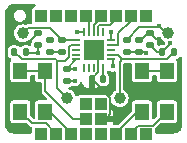
<source format=gbr>
%TF.GenerationSoftware,KiCad,Pcbnew,8.0.1-8.0.1-1~ubuntu22.04.1*%
%TF.CreationDate,2024-03-30T15:26:48+00:00*%
%TF.ProjectId,FES_AO4882,4645535f-414f-4343-9838-322e6b696361,v1.0*%
%TF.SameCoordinates,Original*%
%TF.FileFunction,Copper,L1,Top*%
%TF.FilePolarity,Positive*%
%FSLAX46Y46*%
G04 Gerber Fmt 4.6, Leading zero omitted, Abs format (unit mm)*
G04 Created by KiCad (PCBNEW 8.0.1-8.0.1-1~ubuntu22.04.1) date 2024-03-30 15:26:48*
%MOMM*%
%LPD*%
G01*
G04 APERTURE LIST*
G04 Aperture macros list*
%AMRoundRect*
0 Rectangle with rounded corners*
0 $1 Rounding radius*
0 $2 $3 $4 $5 $6 $7 $8 $9 X,Y pos of 4 corners*
0 Add a 4 corners polygon primitive as box body*
4,1,4,$2,$3,$4,$5,$6,$7,$8,$9,$2,$3,0*
0 Add four circle primitives for the rounded corners*
1,1,$1+$1,$2,$3*
1,1,$1+$1,$4,$5*
1,1,$1+$1,$6,$7*
1,1,$1+$1,$8,$9*
0 Add four rect primitives between the rounded corners*
20,1,$1+$1,$2,$3,$4,$5,0*
20,1,$1+$1,$4,$5,$6,$7,0*
20,1,$1+$1,$6,$7,$8,$9,0*
20,1,$1+$1,$8,$9,$2,$3,0*%
G04 Aperture macros list end*
%TA.AperFunction,SMDPad,CuDef*%
%ADD10RoundRect,0.135000X-0.185000X0.135000X-0.185000X-0.135000X0.185000X-0.135000X0.185000X0.135000X0*%
%TD*%
%TA.AperFunction,ComponentPad*%
%ADD11R,1.000000X1.000000*%
%TD*%
%TA.AperFunction,SMDPad,CuDef*%
%ADD12R,1.200000X1.400000*%
%TD*%
%TA.AperFunction,SMDPad,CuDef*%
%ADD13RoundRect,0.135000X-0.135000X-0.185000X0.135000X-0.185000X0.135000X0.185000X-0.135000X0.185000X0*%
%TD*%
%TA.AperFunction,SMDPad,CuDef*%
%ADD14RoundRect,0.140000X-0.140000X-0.170000X0.140000X-0.170000X0.140000X0.170000X-0.140000X0.170000X0*%
%TD*%
%TA.AperFunction,SMDPad,CuDef*%
%ADD15C,1.000000*%
%TD*%
%TA.AperFunction,SMDPad,CuDef*%
%ADD16R,0.200000X0.800000*%
%TD*%
%TA.AperFunction,SMDPad,CuDef*%
%ADD17R,0.800000X0.200000*%
%TD*%
%TA.AperFunction,SMDPad,CuDef*%
%ADD18R,1.700000X1.700000*%
%TD*%
%TA.AperFunction,SMDPad,CuDef*%
%ADD19RoundRect,0.135000X0.135000X0.185000X-0.135000X0.185000X-0.135000X-0.185000X0.135000X-0.185000X0*%
%TD*%
%TA.AperFunction,ViaPad*%
%ADD20C,0.400000*%
%TD*%
%TA.AperFunction,Conductor*%
%ADD21C,0.127000*%
%TD*%
%TA.AperFunction,Conductor*%
%ADD22C,0.150000*%
%TD*%
%TA.AperFunction,Conductor*%
%ADD23C,0.200000*%
%TD*%
G04 APERTURE END LIST*
D10*
%TO.P,R7,1*%
%TO.N,/PWM4*%
X-2700000Y7909999D03*
%TO.P,R7,2*%
%TO.N,/PWM4_*%
X-2700000Y6890001D03*
%TD*%
D11*
%TO.P,J22,1,Pin_1*%
%TO.N,/FES4in*%
X-1905000Y0D03*
%TD*%
%TO.P,J1,1,Pin_1*%
%TO.N,+3.3V*%
X-4445000Y10000000D03*
%TD*%
D12*
%TO.P,U5,1,C*%
%TO.N,/FES3in*%
X-6200000Y1870000D03*
%TO.P,U5,2,A*%
%TO.N,VCC*%
X-6200000Y5330000D03*
%TD*%
D11*
%TO.P,J5,1,Pin_1*%
%TO.N,/MOSI_ARM*%
X635000Y10000000D03*
%TD*%
D13*
%TO.P,R6,1*%
%TO.N,/PWM3*%
X-6710000Y6900000D03*
%TO.P,R6,2*%
%TO.N,/PWM3_*%
X-5690000Y6900000D03*
%TD*%
D14*
%TO.P,C1,1*%
%TO.N,GND*%
X-180000Y4600000D03*
%TO.P,C1,2*%
%TO.N,/Vcap*%
X780000Y4600000D03*
%TD*%
D10*
%TO.P,R9,1*%
%TO.N,GND*%
X-3700000Y7909999D03*
%TO.P,R9,2*%
%TO.N,/PWM4_*%
X-3700000Y6890001D03*
%TD*%
%TO.P,R4,1*%
%TO.N,GND*%
X3800000Y7922426D03*
%TO.P,R4,2*%
%TO.N,/PWM1_*%
X3800000Y6902428D03*
%TD*%
D15*
%TO.P,J9,1,Pin_1*%
%TO.N,/PWM1*%
X6300000Y8500000D03*
%TD*%
D12*
%TO.P,U2,1,C*%
%TO.N,/FES2in*%
X6200000Y1870000D03*
%TO.P,U2,2,A*%
%TO.N,VCC*%
X6200000Y5330000D03*
%TD*%
D16*
%TO.P,U4,1,RESETB*%
%TO.N,unconnected-(U4-P00-Pad1)*%
X-800000Y5600000D03*
%TO.P,U4,2,GPIO*%
%TO.N,unconnected-(U4-P01-Pad2)*%
X-400000Y5600000D03*
%TO.P,U4,3,GPIO*%
%TO.N,/IO1_in*%
X0Y5600000D03*
%TO.P,U4,4,AVSS*%
%TO.N,GND*%
X400000Y5600000D03*
%TO.P,U4,5,Vcap*%
%TO.N,/Vcap*%
X800000Y5600000D03*
D17*
%TO.P,U4,6,AVCC*%
%TO.N,+3.3V*%
X1500000Y6300000D03*
%TO.P,U4,7,PCA_CH3*%
%TO.N,/PWM2*%
X1500000Y6700000D03*
%TO.P,U4,8,GPIO*%
%TO.N,unconnected-(U4-P15-Pad8)*%
X1500000Y7100000D03*
%TO.P,U4,9,SPI_CS*%
%TO.N,/SPICS_ARM*%
X1500000Y7500000D03*
%TO.P,U4,10,PCA_CH0*%
%TO.N,/PWM1*%
X1500000Y7900000D03*
D16*
%TO.P,U4,11,AIN0*%
%TO.N,/AIN0*%
X800000Y8600000D03*
%TO.P,U4,12,SPI_SCK*%
%TO.N,/SCLK_ARM*%
X400000Y8600000D03*
%TO.P,U4,13,SPI_MOSI*%
%TO.N,/MOSI_ARM*%
X0Y8600000D03*
%TO.P,U4,14,SWDIO*%
%TO.N,/SWDIO{slash}MISO_ARM*%
X-400000Y8600000D03*
%TO.P,U4,15,SWCLK*%
%TO.N,/SWCLK{slash}IO1out*%
X-800000Y8600000D03*
D17*
%TO.P,U4,16,PCA_CH2*%
%TO.N,/PWM4*%
X-1500000Y7900000D03*
%TO.P,U4,17,PCA_CH1*%
%TO.N,/PWM3*%
X-1500000Y7500000D03*
%TO.P,U4,18,GPIO*%
%TO.N,/addr_mod_0*%
X-1500000Y7100000D03*
%TO.P,U4,19,I2C_SDA*%
%TO.N,unconnected-(U4-P35-Pad19)*%
X-1500000Y6700000D03*
%TO.P,U4,20,GPIO*%
%TO.N,/GPIO*%
X-1500000Y6300000D03*
D18*
%TO.P,U4,21,EPAD*%
%TO.N,GND*%
X0Y7100000D03*
%TD*%
D11*
%TO.P,J4,1,Pin_1*%
%TO.N,/SWDIO{slash}MISO_ARM*%
X-635000Y10000000D03*
%TD*%
%TO.P,J16,1,Pin_1*%
%TO.N,/SWDIO{slash}MISO_ARM*%
X635000Y2540000D03*
%TD*%
%TO.P,J11,1,Pin_1*%
%TO.N,/FES1in*%
X1905000Y0D03*
%TD*%
D10*
%TO.P,R2,1*%
%TO.N,/GPIO*%
X-2300000Y5509999D03*
%TO.P,R2,2*%
%TO.N,+3.3V*%
X-2300000Y4490001D03*
%TD*%
D12*
%TO.P,U1,1,C*%
%TO.N,/FES4in*%
X-4100000Y1870000D03*
%TO.P,U1,2,A*%
%TO.N,VCC*%
X-4100000Y5330000D03*
%TD*%
D11*
%TO.P,J8,1,Pin_1*%
%TO.N,/extRef*%
X4445000Y10000000D03*
%TD*%
D15*
%TO.P,J18,1,Pin_1*%
%TO.N,/PWM3*%
X-2250000Y3000000D03*
%TD*%
%TO.P,J10,1,Pin_1*%
%TO.N,/PWM2*%
X2200000Y3000000D03*
%TD*%
D11*
%TO.P,J7,1,Pin_1*%
%TO.N,/SPICS_ARM*%
X3175000Y10000000D03*
%TD*%
%TO.P,J12,1,Pin_1*%
%TO.N,/FES1out*%
X635000Y0D03*
%TD*%
%TO.P,J17,1,Pin_1*%
%TO.N,GND*%
X635000Y1270000D03*
%TD*%
D10*
%TO.P,R5,1*%
%TO.N,GND*%
X4800000Y8509999D03*
%TO.P,R5,2*%
%TO.N,/PWM2_*%
X4800000Y7490001D03*
%TD*%
%TO.P,R1,1*%
%TO.N,/PWM1*%
X2800000Y7922426D03*
%TO.P,R1,2*%
%TO.N,/PWM1_*%
X2800000Y6902428D03*
%TD*%
D11*
%TO.P,J14,1,Pin_1*%
%TO.N,/FES2out*%
X4445000Y0D03*
%TD*%
D15*
%TO.P,J19,1,Pin_1*%
%TO.N,/PWM4*%
X-6000000Y8500000D03*
%TD*%
D11*
%TO.P,J13,1,Pin_1*%
%TO.N,/FES2in*%
X3175000Y0D03*
%TD*%
%TO.P,J23,1,Pin_1*%
%TO.N,/FES4out*%
X-635000Y0D03*
%TD*%
D10*
%TO.P,R8,1*%
%TO.N,GND*%
X-4700000Y8509999D03*
%TO.P,R8,2*%
%TO.N,/PWM3_*%
X-4700000Y7490001D03*
%TD*%
D11*
%TO.P,J2,1,Pin_1*%
%TO.N,GND*%
X-3175000Y10000000D03*
%TD*%
%TO.P,J24,1,Pin_1*%
%TO.N,VCC*%
X-635000Y1270000D03*
%TD*%
%TO.P,J15,1,Pin_1*%
%TO.N,/SWCLK{slash}IO1out*%
X-635000Y2540000D03*
%TD*%
%TO.P,J20,1,Pin_1*%
%TO.N,/FES3in*%
X-3175000Y0D03*
%TD*%
D19*
%TO.P,R3,1*%
%TO.N,/PWM2*%
X6809999Y6900000D03*
%TO.P,R3,2*%
%TO.N,/PWM2_*%
X5790001Y6900000D03*
%TD*%
D12*
%TO.P,U3,1,C*%
%TO.N,/FES1in*%
X4100000Y1870000D03*
%TO.P,U3,2,A*%
%TO.N,VCC*%
X4100000Y5330000D03*
%TD*%
D11*
%TO.P,J6,1,Pin_1*%
%TO.N,/SCLK_ARM*%
X1905000Y10000000D03*
%TD*%
%TO.P,J3,1,Pin_1*%
%TO.N,unconnected-(J3-Pin_1-Pad1)*%
X-1905000Y10000000D03*
%TD*%
%TO.P,J21,1,Pin_1*%
%TO.N,/FES3out*%
X-4445000Y0D03*
%TD*%
D20*
%TO.N,+3.3V*%
X-1600000Y4490001D03*
X1600000Y5700000D03*
%TO.N,GND*%
X-6510000Y7670000D03*
X5500000Y8000000D03*
X-3700000Y7909999D03*
%TO.N,/SWCLK{slash}IO1out*%
X-1400000Y8600000D03*
%TO.N,/GPIO*%
X-1600000Y5500000D03*
%TO.N,VCC*%
X4100000Y5330000D03*
%TO.N,/PWM1*%
X5500000Y9100000D03*
X1500000Y8600000D03*
%TO.N,/PWM2_*%
X6500000Y7670000D03*
%TO.N,/PWM1_*%
X4400000Y6800000D03*
%TO.N,/PWM4_*%
X-2700000Y6890001D03*
%TO.N,/PWM3_*%
X-4700000Y6800000D03*
%TD*%
D21*
%TO.N,+3.3V*%
X1600000Y5700000D02*
X1600000Y6200000D01*
X-1600000Y4490001D02*
X-2300000Y4490001D01*
X1600000Y6200000D02*
X1500000Y6300000D01*
%TO.N,GND*%
X4800000Y8509999D02*
X4609999Y8509999D01*
X-180000Y4600000D02*
X400000Y5180000D01*
X5500000Y8000000D02*
X5309999Y8000000D01*
X-4700000Y8509999D02*
X-5539999Y7670000D01*
X4609999Y8509999D02*
X4022426Y7922426D01*
X1400000Y3020000D02*
X1400000Y1650000D01*
X-5539999Y7670000D02*
X-6510000Y7670000D01*
X400000Y6700000D02*
X400000Y5600000D01*
X0Y7100000D02*
X400000Y6700000D01*
X4022426Y7922426D02*
X3800000Y7922426D01*
X1400000Y1650000D02*
X1020000Y1270000D01*
X400000Y5180000D02*
X400000Y5600000D01*
D22*
X1020000Y1270000D02*
X635000Y1270000D01*
D21*
X5309999Y8000000D02*
X4800000Y8509999D01*
X-180000Y4600000D02*
X1400000Y3020000D01*
%TO.N,/Vcap*%
X780000Y5580000D02*
X800000Y5600000D01*
X780000Y4600000D02*
X780000Y5580000D01*
%TO.N,/SWDIO{slash}MISO_ARM*%
X-400000Y9765000D02*
X-400000Y8600000D01*
X-635000Y10000000D02*
X-400000Y9765000D01*
%TO.N,/MOSI_ARM*%
X635000Y10000000D02*
X635000Y9835000D01*
X0Y9200000D02*
X0Y8600000D01*
X635000Y9835000D02*
X0Y9200000D01*
%TO.N,/SCLK_ARM*%
X500000Y9200000D02*
X1400000Y9200000D01*
X400000Y9100000D02*
X500000Y9200000D01*
X400000Y8600000D02*
X400000Y9100000D01*
X1400000Y9200000D02*
X1905000Y9705000D01*
X1905000Y9705000D02*
X1905000Y10000000D01*
%TO.N,/SPICS_ARM*%
X2100000Y8500000D02*
X3175000Y9575000D01*
X3175000Y9575000D02*
X3175000Y10000000D01*
X1500000Y7500000D02*
X2027000Y7500000D01*
X2100000Y7573000D02*
X2100000Y8500000D01*
X2027000Y7500000D02*
X2100000Y7573000D01*
%TO.N,/SWCLK{slash}IO1out*%
X-1400000Y8600000D02*
X-800000Y8600000D01*
%TO.N,/GPIO*%
X-1600000Y5500000D02*
X-1609999Y5509999D01*
X-2290001Y5509999D02*
X-1500000Y6300000D01*
X-2300000Y5509999D02*
X-2290001Y5509999D01*
X-1609999Y5509999D02*
X-2300000Y5509999D01*
%TO.N,VCC*%
X-4100000Y3600000D02*
X-1770000Y1270000D01*
D23*
X-6200000Y5330000D02*
X-4100000Y5330000D01*
D21*
X-1770000Y1270000D02*
X-635000Y1270000D01*
X-4100000Y5330000D02*
X-4100000Y3600000D01*
D23*
X4100000Y5330000D02*
X6200000Y5330000D01*
D21*
%TO.N,/PWM1*%
X3877574Y9000000D02*
X5400000Y9000000D01*
X6100000Y8500000D02*
X6300000Y8500000D01*
X5400000Y9000000D02*
X5500000Y9100000D01*
X5500000Y9100000D02*
X6100000Y8500000D01*
X1500000Y7900000D02*
X1500000Y8600000D01*
X2800000Y7922426D02*
X3877574Y9000000D01*
X2800000Y7900000D02*
X2800000Y7922426D01*
%TO.N,/PWM2*%
X2200000Y6073000D02*
X2427000Y6300000D01*
X2427000Y6300000D02*
X6209999Y6300000D01*
X1500000Y6700000D02*
X2027000Y6700000D01*
X2027000Y6700000D02*
X2427000Y6300000D01*
X2200000Y3000000D02*
X2200000Y6073000D01*
X6209999Y6300000D02*
X6809999Y6900000D01*
D22*
%TO.N,/FES1in*%
X4100000Y1870000D02*
X3701499Y1870000D01*
X3701499Y1870000D02*
X1905000Y73501D01*
%TO.N,/FES2in*%
X4983500Y653500D02*
X3754999Y653500D01*
X3754999Y653500D02*
X3175000Y73501D01*
X6200000Y1870000D02*
X4983500Y653500D01*
D21*
%TO.N,/PWM3*%
X-3100000Y6183500D02*
X-2800000Y6183500D01*
X-1907000Y7500000D02*
X-1500000Y7500000D01*
X-3216500Y6300000D02*
X-3100000Y6183500D01*
X-6110000Y6300000D02*
X-3216500Y6300000D01*
X-6710000Y6900000D02*
X-6110000Y6300000D01*
X-2416500Y6183500D02*
X-2100000Y6500000D01*
X-2100000Y7307000D02*
X-1907000Y7500000D01*
X-2100000Y6500000D02*
X-2100000Y7307000D01*
X-2250000Y3042894D02*
X-3100000Y3892894D01*
X-2250000Y3000000D02*
X-2250000Y3042894D01*
X-3100000Y3892894D02*
X-3100000Y6183500D01*
X-2800000Y6183500D02*
X-2416500Y6183500D01*
%TO.N,/PWM4*%
X-1500000Y7900000D02*
X-2690001Y7900000D01*
X-3723500Y8933499D02*
X-2700000Y7909999D01*
X-6000000Y8500000D02*
X-5566501Y8933499D01*
X-5566501Y8933499D02*
X-3723500Y8933499D01*
X-2690001Y7900000D02*
X-2700000Y7909999D01*
D22*
%TO.N,/FES3in*%
X-5230000Y900000D02*
X-4076500Y900000D01*
X-4076500Y900000D02*
X-3250000Y73500D01*
X-6200000Y1870000D02*
X-5230000Y900000D01*
%TO.N,/FES4in*%
X-4100000Y1870000D02*
X-3701500Y1870000D01*
X-3701500Y1870000D02*
X-1905000Y73500D01*
D21*
%TO.N,/PWM2_*%
X5390001Y6900000D02*
X4800000Y7490001D01*
X6500000Y7670000D02*
X6500000Y7609999D01*
X6500000Y7609999D02*
X5790001Y6900000D01*
X5790001Y6900000D02*
X5390001Y6900000D01*
%TO.N,/PWM1_*%
X2800000Y6902428D02*
X2800001Y6902427D01*
X2800001Y6902427D02*
X3712426Y6902427D01*
X3800000Y6902428D02*
X4297572Y6902428D01*
X4297572Y6902428D02*
X4400000Y6800000D01*
%TO.N,/PWM4_*%
X-3700000Y6890001D02*
X-2700000Y6890001D01*
%TO.N,/PWM3_*%
X-5690000Y6900000D02*
X-5590000Y6800000D01*
X-5590000Y6800000D02*
X-4700000Y6800000D01*
X-4700000Y7490001D02*
X-4700000Y6800000D01*
%TD*%
%TA.AperFunction,Conductor*%
%TO.N,GND*%
G36*
X-4960090Y10969816D02*
G01*
X-4914335Y10917012D01*
X-4904391Y10847854D01*
X-4933416Y10784298D01*
X-4992194Y10746524D01*
X-5002938Y10743884D01*
X-5042736Y10735968D01*
X-5042740Y10735967D01*
X-5125601Y10680601D01*
X-5180967Y10597740D01*
X-5180968Y10597736D01*
X-5195500Y10524679D01*
X-5195500Y9475322D01*
X-5179660Y9395690D01*
X-5185887Y9326099D01*
X-5228750Y9270921D01*
X-5294640Y9247677D01*
X-5301277Y9247499D01*
X-5607843Y9247499D01*
X-5670820Y9230625D01*
X-5670825Y9230623D01*
X-5685917Y9226579D01*
X-5687705Y9226099D01*
X-5695208Y9222990D01*
X-5696427Y9225933D01*
X-5749803Y9213006D01*
X-5784808Y9219821D01*
X-5831942Y9236314D01*
X-5831946Y9236315D01*
X-5999997Y9255249D01*
X-6000003Y9255249D01*
X-6168057Y9236315D01*
X-6327695Y9180455D01*
X-6327698Y9180453D01*
X-6470885Y9090482D01*
X-6470891Y9090477D01*
X-6590477Y8970891D01*
X-6590482Y8970885D01*
X-6680453Y8827698D01*
X-6680455Y8827695D01*
X-6736315Y8668057D01*
X-6755249Y8500003D01*
X-6755249Y8499998D01*
X-6736315Y8331944D01*
X-6680455Y8172306D01*
X-6680453Y8172303D01*
X-6590482Y8029116D01*
X-6590477Y8029110D01*
X-6470891Y7909524D01*
X-6470885Y7909519D01*
X-6327698Y7819548D01*
X-6327695Y7819546D01*
X-6327691Y7819545D01*
X-6327690Y7819544D01*
X-6280750Y7803119D01*
X-6168057Y7763686D01*
X-6000003Y7744751D01*
X-6000000Y7744751D01*
X-5999997Y7744751D01*
X-5831944Y7763686D01*
X-5831941Y7763687D01*
X-5672310Y7819544D01*
X-5529110Y7909523D01*
X-5511013Y7927620D01*
X-5449691Y7961107D01*
X-5379999Y7956124D01*
X-5335649Y7927622D01*
X-5284414Y7876387D01*
X-5250929Y7815064D01*
X-5255913Y7745372D01*
X-5259237Y7737637D01*
X-5259581Y7736525D01*
X-5259582Y7736520D01*
X-5259582Y7736519D01*
X-5270500Y7661583D01*
X-5270500Y7661578D01*
X-5270500Y7573661D01*
X-5290185Y7506622D01*
X-5342989Y7460867D01*
X-5412147Y7450923D01*
X-5433998Y7457652D01*
X-5434280Y7456739D01*
X-5443477Y7459581D01*
X-5443482Y7459582D01*
X-5518418Y7470500D01*
X-5861582Y7470500D01*
X-5936518Y7459582D01*
X-5936520Y7459582D01*
X-5936522Y7459581D01*
X-6052100Y7403079D01*
X-6052103Y7403077D01*
X-6112319Y7342860D01*
X-6173642Y7309375D01*
X-6243334Y7314359D01*
X-6287681Y7342860D01*
X-6347898Y7403077D01*
X-6347901Y7403079D01*
X-6463479Y7459581D01*
X-6463481Y7459582D01*
X-6463482Y7459582D01*
X-6538418Y7470500D01*
X-6881582Y7470500D01*
X-6956518Y7459582D01*
X-6956520Y7459582D01*
X-6956522Y7459581D01*
X-7072100Y7403079D01*
X-7072103Y7403077D01*
X-7163077Y7312103D01*
X-7163079Y7312100D01*
X-7219581Y7196522D01*
X-7219582Y7196520D01*
X-7219582Y7196518D01*
X-7230500Y7121582D01*
X-7230500Y6678418D01*
X-7219582Y6603482D01*
X-7219582Y6603481D01*
X-7219581Y6603479D01*
X-7163079Y6487901D01*
X-7163077Y6487898D01*
X-7072104Y6396925D01*
X-7072103Y6396925D01*
X-7072102Y6396924D01*
X-7036759Y6379646D01*
X-6985177Y6332518D01*
X-6967262Y6264984D01*
X-6988116Y6199356D01*
X-7035965Y6127743D01*
X-7035968Y6127736D01*
X-7050500Y6054679D01*
X-7050500Y4605322D01*
X-7035968Y4532265D01*
X-7035967Y4532261D01*
X-7035966Y4532260D01*
X-6980601Y4449399D01*
X-6905570Y4399266D01*
X-6897740Y4394034D01*
X-6897736Y4394033D01*
X-6824679Y4379501D01*
X-6824676Y4379500D01*
X-6824674Y4379500D01*
X-5575324Y4379500D01*
X-5575323Y4379501D01*
X-5502260Y4394034D01*
X-5419399Y4449399D01*
X-5364034Y4532260D01*
X-5349500Y4605326D01*
X-5349500Y4855500D01*
X-5329815Y4922539D01*
X-5277011Y4968294D01*
X-5225500Y4979500D01*
X-5074500Y4979500D01*
X-5007461Y4959815D01*
X-4961706Y4907011D01*
X-4950500Y4855500D01*
X-4950500Y4605322D01*
X-4935968Y4532265D01*
X-4935967Y4532261D01*
X-4935966Y4532260D01*
X-4880601Y4449399D01*
X-4805570Y4399266D01*
X-4797740Y4394034D01*
X-4797736Y4394033D01*
X-4724679Y4379501D01*
X-4724676Y4379500D01*
X-4724674Y4379500D01*
X-4538000Y4379500D01*
X-4470961Y4359815D01*
X-4425206Y4307011D01*
X-4414000Y4255500D01*
X-4414000Y3558661D01*
X-4397124Y3495677D01*
X-4394701Y3486633D01*
X-4392602Y3478802D01*
X-4351264Y3407201D01*
X-3976244Y3032181D01*
X-3942759Y2970858D01*
X-3947743Y2901166D01*
X-3989615Y2845233D01*
X-4055079Y2820816D01*
X-4063925Y2820500D01*
X-4724677Y2820500D01*
X-4797736Y2805968D01*
X-4797740Y2805967D01*
X-4880601Y2750601D01*
X-4935967Y2667740D01*
X-4935968Y2667736D01*
X-4950500Y2594679D01*
X-4950500Y1380189D01*
X-4970185Y1313150D01*
X-5022989Y1267395D01*
X-5092147Y1257451D01*
X-5155703Y1286476D01*
X-5162181Y1292508D01*
X-5313181Y1443508D01*
X-5346666Y1504831D01*
X-5349500Y1531189D01*
X-5349500Y2594677D01*
X-5349501Y2594679D01*
X-5364033Y2667736D01*
X-5364034Y2667740D01*
X-5367088Y2672310D01*
X-5419399Y2750601D01*
X-5502260Y2805966D01*
X-5502261Y2805967D01*
X-5502265Y2805968D01*
X-5575323Y2820500D01*
X-5575326Y2820500D01*
X-6824674Y2820500D01*
X-6824677Y2820500D01*
X-6897736Y2805968D01*
X-6897740Y2805967D01*
X-6980601Y2750601D01*
X-7035967Y2667740D01*
X-7035968Y2667736D01*
X-7050500Y2594679D01*
X-7050500Y1145322D01*
X-7035968Y1072265D01*
X-7035967Y1072261D01*
X-7035966Y1072260D01*
X-6980601Y989399D01*
X-6914152Y945000D01*
X-6897740Y934034D01*
X-6897736Y934033D01*
X-6824679Y919501D01*
X-6824676Y919500D01*
X-6824674Y919500D01*
X-5761189Y919500D01*
X-5694150Y899815D01*
X-5673508Y883181D01*
X-5429862Y639535D01*
X-5355639Y596682D01*
X-5287405Y578400D01*
X-5227747Y542037D01*
X-5197217Y479191D01*
X-5195500Y458626D01*
X-5195500Y134501D01*
X-5215185Y67462D01*
X-5267989Y21707D01*
X-5319500Y10501D01*
X-6743910Y10501D01*
X-6756063Y11098D01*
X-6882113Y23512D01*
X-6905956Y28255D01*
X-7021311Y63248D01*
X-7043768Y72550D01*
X-7150072Y129371D01*
X-7170284Y142876D01*
X-7263465Y219348D01*
X-7280653Y236536D01*
X-7357125Y329717D01*
X-7370630Y349929D01*
X-7427451Y456233D01*
X-7436753Y478690D01*
X-7471746Y594045D01*
X-7476488Y617882D01*
X-7488903Y743940D01*
X-7489500Y756093D01*
X-7489500Y10000000D01*
X-6765750Y10000000D01*
X-6744860Y9854698D01*
X-6744859Y9854693D01*
X-6683879Y9721168D01*
X-6683877Y9721164D01*
X-6663068Y9697149D01*
X-6603244Y9628109D01*
X-6587744Y9610222D01*
X-6464250Y9530857D01*
X-6464249Y9530857D01*
X-6464248Y9530856D01*
X-6323402Y9489501D01*
X-6323400Y9489500D01*
X-6323399Y9489500D01*
X-6176600Y9489500D01*
X-6176600Y9489501D01*
X-6035750Y9530857D01*
X-5912256Y9610222D01*
X-5816123Y9721164D01*
X-5755141Y9854696D01*
X-5734250Y10000000D01*
X-5755141Y10145304D01*
X-5755142Y10145305D01*
X-5755142Y10145308D01*
X-5804940Y10254349D01*
X-5816123Y10278836D01*
X-5912256Y10389778D01*
X-6035750Y10469143D01*
X-6035751Y10469144D01*
X-6035752Y10469144D01*
X-6035753Y10469145D01*
X-6176599Y10510500D01*
X-6176601Y10510500D01*
X-6323399Y10510500D01*
X-6323402Y10510500D01*
X-6464248Y10469145D01*
X-6464249Y10469144D01*
X-6587742Y10389780D01*
X-6587746Y10389777D01*
X-6683876Y10278838D01*
X-6683879Y10278833D01*
X-6744859Y10145308D01*
X-6744860Y10145303D01*
X-6765750Y10000000D01*
X-7489500Y10000000D01*
X-7489500Y10243909D01*
X-7488903Y10256062D01*
X-7482123Y10324904D01*
X-7476488Y10382121D01*
X-7471746Y10405956D01*
X-7471745Y10405957D01*
X-7436753Y10521311D01*
X-7427451Y10543767D01*
X-7370629Y10650074D01*
X-7357125Y10670284D01*
X-7348658Y10680601D01*
X-7280650Y10763469D01*
X-7263469Y10780650D01*
X-7170283Y10857127D01*
X-7150072Y10870630D01*
X-7150070Y10870631D01*
X-7043762Y10927454D01*
X-7021311Y10936753D01*
X-7012677Y10939373D01*
X-6905954Y10971747D01*
X-6882121Y10976488D01*
X-6764476Y10988075D01*
X-6756061Y10988903D01*
X-6743908Y10989500D01*
X-6695234Y10989500D01*
X-6695225Y10989501D01*
X-5027129Y10989501D01*
X-4960090Y10969816D01*
G37*
%TD.AperFunction*%
%TA.AperFunction,Conductor*%
G36*
X7451180Y6507593D02*
G01*
X7486041Y6447041D01*
X7489500Y6417956D01*
X7489500Y756094D01*
X7488903Y743940D01*
X7476488Y617888D01*
X7471746Y594047D01*
X7436753Y478691D01*
X7427450Y456233D01*
X7370629Y349928D01*
X7357124Y329716D01*
X7280653Y236536D01*
X7263465Y219348D01*
X7170284Y142876D01*
X7150072Y129371D01*
X7043768Y72550D01*
X7021310Y63247D01*
X6905954Y28254D01*
X6882113Y23512D01*
X6756072Y11098D01*
X6743918Y10501D01*
X5319500Y10501D01*
X5252461Y30186D01*
X5206706Y82990D01*
X5195500Y134501D01*
X5195500Y353812D01*
X5215185Y420851D01*
X5231819Y441493D01*
X5673508Y883181D01*
X5734831Y916666D01*
X5761189Y919500D01*
X6824676Y919500D01*
X6824677Y919501D01*
X6897740Y934034D01*
X6980601Y989399D01*
X7035966Y1072260D01*
X7050500Y1145326D01*
X7050500Y2594674D01*
X7050500Y2594677D01*
X7050499Y2594679D01*
X7035967Y2667736D01*
X7035966Y2667740D01*
X7032912Y2672310D01*
X6980601Y2750601D01*
X6897740Y2805966D01*
X6897739Y2805967D01*
X6897735Y2805968D01*
X6824677Y2820500D01*
X6824674Y2820500D01*
X5575326Y2820500D01*
X5575323Y2820500D01*
X5502264Y2805968D01*
X5502260Y2805967D01*
X5419399Y2750601D01*
X5364033Y2667740D01*
X5364032Y2667736D01*
X5349500Y2594679D01*
X5349500Y1531190D01*
X5329815Y1464151D01*
X5313181Y1443509D01*
X5162181Y1292509D01*
X5100858Y1259024D01*
X5031166Y1264008D01*
X4975233Y1305880D01*
X4950816Y1371344D01*
X4950500Y1380190D01*
X4950500Y2594677D01*
X4950499Y2594679D01*
X4935967Y2667736D01*
X4935966Y2667740D01*
X4932912Y2672310D01*
X4880601Y2750601D01*
X4797740Y2805966D01*
X4797739Y2805967D01*
X4797735Y2805968D01*
X4724677Y2820500D01*
X4724674Y2820500D01*
X3475326Y2820500D01*
X3475323Y2820500D01*
X3402264Y2805968D01*
X3402260Y2805967D01*
X3319399Y2750601D01*
X3264033Y2667740D01*
X3264032Y2667736D01*
X3249500Y2594679D01*
X3249500Y1929690D01*
X3229815Y1862651D01*
X3213181Y1842009D01*
X2157991Y786819D01*
X2096668Y753334D01*
X2070310Y750500D01*
X1759000Y750500D01*
X1691961Y770185D01*
X1646206Y822989D01*
X1635000Y874500D01*
X1635000Y1020000D01*
X844618Y1020000D01*
X895064Y1070446D01*
X937851Y1144555D01*
X960000Y1227213D01*
X960000Y1312787D01*
X937851Y1395445D01*
X895064Y1469554D01*
X844618Y1520000D01*
X1635000Y1520000D01*
X1635000Y1817828D01*
X1634999Y1817845D01*
X1628598Y1877373D01*
X1628596Y1877380D01*
X1578354Y2012087D01*
X1578350Y2012094D01*
X1492191Y2127186D01*
X1492185Y2127193D01*
X1435188Y2169861D01*
X1393318Y2225795D01*
X1385500Y2269127D01*
X1385500Y2455655D01*
X1405185Y2522694D01*
X1457989Y2568449D01*
X1527147Y2578393D01*
X1590703Y2549368D01*
X1606448Y2532967D01*
X1609519Y2529116D01*
X1609523Y2529110D01*
X1609527Y2529106D01*
X1729109Y2409524D01*
X1729115Y2409519D01*
X1872302Y2319548D01*
X1872305Y2319546D01*
X1872309Y2319545D01*
X1872310Y2319544D01*
X1912626Y2305437D01*
X2031943Y2263686D01*
X2199997Y2244751D01*
X2200000Y2244751D01*
X2200003Y2244751D01*
X2368056Y2263686D01*
X2368059Y2263687D01*
X2527690Y2319544D01*
X2527692Y2319546D01*
X2527694Y2319546D01*
X2527697Y2319548D01*
X2670884Y2409519D01*
X2670885Y2409520D01*
X2670890Y2409523D01*
X2790477Y2529110D01*
X2803206Y2549368D01*
X2880452Y2672303D01*
X2880454Y2672306D01*
X2880454Y2672308D01*
X2880456Y2672310D01*
X2936313Y2831941D01*
X2936313Y2831942D01*
X2936314Y2831944D01*
X2955249Y2999998D01*
X2955249Y3000003D01*
X2936314Y3168057D01*
X2898555Y3275966D01*
X2880456Y3327690D01*
X2880455Y3327691D01*
X2880454Y3327695D01*
X2880452Y3327698D01*
X2790481Y3470885D01*
X2790476Y3470891D01*
X2670888Y3590479D01*
X2572027Y3652598D01*
X2525736Y3704933D01*
X2514000Y3757591D01*
X2514000Y5862000D01*
X2533685Y5929039D01*
X2586489Y5974794D01*
X2638000Y5986000D01*
X3125500Y5986000D01*
X3192539Y5966315D01*
X3238294Y5913511D01*
X3249500Y5862000D01*
X3249500Y4605322D01*
X3264032Y4532265D01*
X3264033Y4532261D01*
X3264034Y4532260D01*
X3319399Y4449399D01*
X3394430Y4399266D01*
X3402260Y4394034D01*
X3402264Y4394033D01*
X3475321Y4379501D01*
X3475324Y4379500D01*
X3475326Y4379500D01*
X4724676Y4379500D01*
X4724677Y4379501D01*
X4797740Y4394034D01*
X4880601Y4449399D01*
X4935966Y4532260D01*
X4950500Y4605326D01*
X4950500Y4855500D01*
X4970185Y4922539D01*
X5022989Y4968294D01*
X5074500Y4979500D01*
X5225500Y4979500D01*
X5292539Y4959815D01*
X5338294Y4907011D01*
X5349500Y4855500D01*
X5349500Y4605322D01*
X5364032Y4532265D01*
X5364033Y4532261D01*
X5364034Y4532260D01*
X5419399Y4449399D01*
X5494430Y4399266D01*
X5502260Y4394034D01*
X5502264Y4394033D01*
X5575321Y4379501D01*
X5575324Y4379500D01*
X5575326Y4379500D01*
X6824676Y4379500D01*
X6824677Y4379501D01*
X6897740Y4394034D01*
X6980601Y4449399D01*
X7035966Y4532260D01*
X7050500Y4605326D01*
X7050500Y6054674D01*
X7050500Y6054677D01*
X7050499Y6054679D01*
X7035967Y6127736D01*
X7035966Y6127738D01*
X7035966Y6127740D01*
X7012736Y6162507D01*
X6991859Y6229181D01*
X7010343Y6296561D01*
X7061376Y6342794D01*
X7172101Y6396924D01*
X7263075Y6487898D01*
X7263078Y6487905D01*
X7264581Y6490008D01*
X7267387Y6492210D01*
X7270341Y6495163D01*
X7270697Y6494807D01*
X7319556Y6533130D01*
X7389117Y6539686D01*
X7451180Y6507593D01*
G37*
%TD.AperFunction*%
%TA.AperFunction,Conductor*%
G36*
X1341536Y5330593D02*
G01*
X1410931Y5285996D01*
X1520117Y5253937D01*
X1535225Y5249501D01*
X1535227Y5249500D01*
X1535228Y5249500D01*
X1664771Y5249500D01*
X1664772Y5249500D01*
X1727067Y5267791D01*
X1796934Y5267791D01*
X1855713Y5230017D01*
X1884738Y5166462D01*
X1886000Y5148814D01*
X1886000Y3757591D01*
X1866315Y3690552D01*
X1827973Y3652598D01*
X1729111Y3590479D01*
X1609523Y3470891D01*
X1609518Y3470885D01*
X1519547Y3327698D01*
X1519543Y3327689D01*
X1503384Y3281510D01*
X1462662Y3224735D01*
X1397709Y3198988D01*
X1329147Y3212445D01*
X1317453Y3219363D01*
X1315601Y3220601D01*
X1264458Y3254773D01*
X1232739Y3275967D01*
X1232735Y3275968D01*
X1159677Y3290500D01*
X1159674Y3290500D01*
X110326Y3290500D01*
X110324Y3290500D01*
X25283Y3273584D01*
X24462Y3277709D01*
X-22103Y3272736D01*
X-25267Y3273665D01*
X-25283Y3273584D01*
X-110324Y3290500D01*
X-110326Y3290500D01*
X-1159674Y3290500D01*
X-1159677Y3290500D01*
X-1232736Y3275968D01*
X-1232740Y3275967D01*
X-1315603Y3220600D01*
X-1319607Y3214606D01*
X-1373219Y3169802D01*
X-1442544Y3161095D01*
X-1505571Y3191250D01*
X-1539749Y3242543D01*
X-1569543Y3327687D01*
X-1569548Y3327698D01*
X-1659519Y3470885D01*
X-1659524Y3470891D01*
X-1779110Y3590477D01*
X-1779116Y3590482D01*
X-1922303Y3680453D01*
X-1922314Y3680458D01*
X-2074457Y3733696D01*
X-2131233Y3774418D01*
X-2156980Y3839370D01*
X-2143524Y3907932D01*
X-2095136Y3958335D01*
X-2051385Y3973440D01*
X-2003482Y3980419D01*
X-1936352Y4013237D01*
X-1887907Y4036920D01*
X-1887905Y4036922D01*
X-1887898Y4036925D01*
X-1887289Y4037535D01*
X-1886255Y4038100D01*
X-1879541Y4042893D01*
X-1878962Y4042082D01*
X-1825972Y4071021D01*
X-1764672Y4068833D01*
X-1664775Y4039502D01*
X-1664773Y4039501D01*
X-1664772Y4039501D01*
X-1535227Y4039501D01*
X-1535227Y4039502D01*
X-1410931Y4075997D01*
X-1301951Y4146034D01*
X-1217118Y4243938D01*
X-1181818Y4321236D01*
X-1136065Y4374036D01*
X-1069026Y4393721D01*
X-1001986Y4374037D01*
X-956231Y4321233D01*
X-949949Y4304316D01*
X-912034Y4173810D01*
X-912032Y4173805D01*
X-829722Y4034626D01*
X-829715Y4034617D01*
X-715384Y3920286D01*
X-715375Y3920279D01*
X-576196Y3837969D01*
X-430000Y3795496D01*
X-430000Y4726000D01*
X-410315Y4793039D01*
X-357511Y4838794D01*
X-306000Y4850000D01*
X-54000Y4850000D01*
X13039Y4830315D01*
X58794Y4777511D01*
X70000Y4726000D01*
X70000Y3795497D01*
X216195Y3837969D01*
X355374Y3920279D01*
X355379Y3920283D01*
X448333Y4013237D01*
X509656Y4046722D01*
X555410Y4048030D01*
X609265Y4039500D01*
X950734Y4039501D01*
X950739Y4039501D01*
X950739Y4039502D01*
X1004587Y4048030D01*
X1042170Y4053982D01*
X1042171Y4053982D01*
X1042172Y4053983D01*
X1042175Y4053983D01*
X1152391Y4110141D01*
X1239859Y4197609D01*
X1296017Y4307825D01*
X1296017Y4307827D01*
X1296018Y4307828D01*
X1296018Y4307829D01*
X1299901Y4332350D01*
X1310500Y4399265D01*
X1310499Y4800734D01*
X1310499Y4800735D01*
X1310499Y4800740D01*
X1296018Y4892171D01*
X1296018Y4892172D01*
X1296017Y4892174D01*
X1296017Y4892175D01*
X1239859Y5002391D01*
X1183498Y5058752D01*
X1150015Y5120072D01*
X1149566Y5170633D01*
X1150500Y5175327D01*
X1150500Y5226276D01*
X1170185Y5293315D01*
X1222989Y5339070D01*
X1292147Y5349014D01*
X1341536Y5330593D01*
G37*
%TD.AperFunction*%
%TA.AperFunction,Conductor*%
G36*
X5692505Y8045625D02*
G01*
X5704326Y8033762D01*
X5704599Y8034034D01*
X5829109Y7909524D01*
X5829115Y7909519D01*
X5972301Y7819548D01*
X5978405Y7816609D01*
X6030266Y7769788D01*
X6048581Y7702362D01*
X6047346Y7687244D01*
X6044867Y7669999D01*
X6044968Y7669296D01*
X6044867Y7668594D01*
X6044867Y7661133D01*
X6043794Y7661133D01*
X6035020Y7600138D01*
X6009912Y7563976D01*
X5952758Y7506820D01*
X5891435Y7473334D01*
X5865075Y7470500D01*
X5618419Y7470500D01*
X5543483Y7459582D01*
X5543482Y7459582D01*
X5543477Y7459581D01*
X5534281Y7456739D01*
X5533397Y7459600D01*
X5480066Y7450504D01*
X5415774Y7477858D01*
X5376476Y7535629D01*
X5370500Y7573661D01*
X5370500Y7661578D01*
X5370500Y7661583D01*
X5359582Y7736519D01*
X5359580Y7736523D01*
X5359580Y7736525D01*
X5356739Y7745721D01*
X5358633Y7746307D01*
X5348934Y7803119D01*
X5376278Y7867416D01*
X5384413Y7876388D01*
X5490734Y7982709D01*
X5490738Y7982714D01*
X5508105Y8012080D01*
X5559173Y8059765D01*
X5627915Y8072270D01*
X5692505Y8045625D01*
G37*
%TD.AperFunction*%
%TD*%
M02*

</source>
